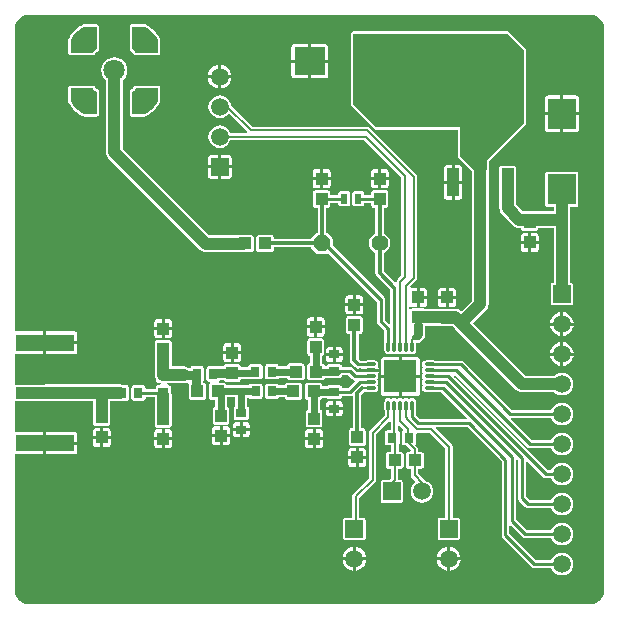
<source format=gtl>
G04 Layer_Physical_Order=1*
G04 Layer_Color=255*
%FSLAX44Y44*%
%MOMM*%
G71*
G01*
G75*
%ADD10R,1.1000X1.0000*%
%ADD11R,1.0000X1.1000*%
%ADD12C,1.8000*%
%ADD13R,2.6000X2.4000*%
%ADD14R,0.9000X0.8000*%
%ADD15R,0.8000X0.9000*%
%ADD16R,5.0000X1.4000*%
%ADD17R,5.0000X1.0000*%
%ADD18R,1.0000X2.4000*%
%ADD19R,3.3000X2.4000*%
%ADD20R,2.4000X2.6000*%
%ADD21O,0.9000X0.3000*%
%ADD22O,0.3000X0.9000*%
%ADD23R,2.8000X2.8000*%
%ADD24R,0.6000X0.9000*%
%ADD25C,0.2540*%
%ADD26C,1.0000*%
%ADD27C,0.2000*%
%ADD28C,0.6000*%
%ADD29C,0.3000*%
%ADD30C,0.8000*%
%ADD31R,1.1250X1.0250*%
%ADD32C,1.5000*%
%ADD33R,1.5000X1.5000*%
%ADD34P,1.5154X8X22.5*%
%ADD35C,1.4000*%
%ADD36R,1.5000X1.5000*%
%ADD37C,1.2700*%
%ADD38C,0.6000*%
%ADD39C,0.5000*%
G36*
X490114Y498622D02*
X492426Y497665D01*
X494506Y496275D01*
X496275Y494506D01*
X497665Y492426D01*
X498622Y490114D01*
X499110Y487661D01*
Y486410D01*
Y12700D01*
Y11449D01*
X498622Y8996D01*
X497665Y6684D01*
X496275Y4604D01*
X494506Y2835D01*
X492426Y1445D01*
X490114Y488D01*
X487661Y0D01*
X11449D01*
X8996Y488D01*
X6684Y1445D01*
X4604Y2835D01*
X2835Y4604D01*
X1445Y6684D01*
X488Y8996D01*
X0Y11449D01*
Y12700D01*
Y126500D01*
X500Y126910D01*
X24230D01*
Y136500D01*
Y146090D01*
X500D01*
X0Y146500D01*
Y171551D01*
X500Y171961D01*
X25339D01*
X25500Y171940D01*
X66600D01*
Y158360D01*
X66621Y158199D01*
Y152860D01*
X66776Y152080D01*
X67218Y151418D01*
X67880Y150976D01*
X68660Y150821D01*
X78660D01*
X79440Y150976D01*
X80102Y151418D01*
X80544Y152080D01*
X80699Y152860D01*
Y158199D01*
X80720Y158360D01*
Y171940D01*
X89450D01*
X91277Y172180D01*
X91955Y172461D01*
X94750D01*
X95530Y172616D01*
X96192Y173058D01*
X96634Y173720D01*
X96789Y174500D01*
Y183500D01*
X96634Y184280D01*
X96192Y184942D01*
X95530Y185384D01*
X94750Y185539D01*
X92194D01*
X91347Y185890D01*
X89520Y186130D01*
X88988Y186060D01*
X25500D01*
X25339Y186039D01*
X500D01*
X0Y186450D01*
Y211500D01*
X500Y211910D01*
X24230D01*
Y221500D01*
Y231090D01*
X500D01*
X0Y231500D01*
Y486410D01*
Y487661D01*
X488Y490114D01*
X1445Y492426D01*
X2835Y494506D01*
X4604Y496275D01*
X6684Y497665D01*
X8996Y498622D01*
X11449Y499110D01*
X487661D01*
X490114Y498622D01*
D02*
G37*
%LPC*%
G36*
X241490Y187379D02*
X230490D01*
X229710Y187224D01*
X229048Y186782D01*
X228606Y186120D01*
X228470Y185438D01*
X223770D01*
X223734Y185620D01*
X223292Y186282D01*
X222630Y186724D01*
X221850Y186879D01*
X213850D01*
X213070Y186724D01*
X212408Y186282D01*
X211966Y185620D01*
X211811Y184840D01*
Y175840D01*
X211966Y175060D01*
X212408Y174398D01*
X213070Y173956D01*
X213850Y173801D01*
X221850D01*
X222630Y173956D01*
X223292Y174398D01*
X223734Y175060D01*
X223770Y175242D01*
X228470D01*
X228606Y174560D01*
X229048Y173898D01*
X229710Y173456D01*
X230490Y173301D01*
X241490D01*
X242270Y173456D01*
X242932Y173898D01*
X243374Y174560D01*
X243529Y175340D01*
Y185340D01*
X243374Y186120D01*
X242932Y186782D01*
X242270Y187224D01*
X241490Y187379D01*
D02*
G37*
G36*
X259750Y225289D02*
X249750D01*
X248970Y225134D01*
X248308Y224692D01*
X247866Y224030D01*
X247711Y223250D01*
Y212250D01*
X247866Y211470D01*
X248308Y210808D01*
X248970Y210366D01*
X249652Y210230D01*
Y203889D01*
X249380D01*
X248600Y203734D01*
X247938Y203292D01*
X247496Y202630D01*
X247341Y201850D01*
Y191850D01*
X247496Y191070D01*
X247938Y190408D01*
X248600Y189966D01*
X249380Y189811D01*
X260380D01*
X261160Y189966D01*
X261822Y190408D01*
X262264Y191070D01*
X262400Y191752D01*
X264981D01*
X265230Y191586D01*
X266010Y191431D01*
X275010D01*
X275790Y191586D01*
X276452Y192028D01*
X276894Y192690D01*
X277049Y193470D01*
Y194136D01*
X282479D01*
X285933Y190683D01*
X287014Y189960D01*
X287360Y189891D01*
X287778Y188513D01*
X282319Y183054D01*
X277049D01*
Y183720D01*
X276894Y184500D01*
X276452Y185162D01*
X275790Y185604D01*
X275010Y185759D01*
X266010D01*
X265230Y185604D01*
X264568Y185162D01*
X264338Y184818D01*
X260529D01*
Y185340D01*
X260374Y186120D01*
X259932Y186782D01*
X259270Y187224D01*
X258490Y187379D01*
X247490D01*
X246710Y187224D01*
X246048Y186782D01*
X245606Y186120D01*
X245451Y185340D01*
Y175340D01*
X245606Y174560D01*
X246048Y173898D01*
X246710Y173456D01*
X247490Y173301D01*
X248402D01*
Y164770D01*
X247720Y164634D01*
X247058Y164192D01*
X246616Y163530D01*
X246461Y162750D01*
Y151750D01*
X246616Y150970D01*
X247058Y150308D01*
X247720Y149866D01*
X248500Y149711D01*
X258500D01*
X259280Y149866D01*
X259942Y150308D01*
X260384Y150970D01*
X260539Y151750D01*
Y162750D01*
X260384Y163530D01*
X259942Y164192D01*
X259280Y164634D01*
X258598Y164770D01*
Y173322D01*
X259270Y173456D01*
X259932Y173898D01*
X260374Y174560D01*
X260386Y174622D01*
X264338D01*
X264568Y174278D01*
X265230Y173836D01*
X266010Y173681D01*
X275010D01*
X275790Y173836D01*
X276452Y174278D01*
X276894Y174940D01*
X277049Y175720D01*
Y176386D01*
X283700D01*
X284976Y176640D01*
X285161Y176764D01*
X286431Y176085D01*
Y149039D01*
X285000D01*
X284220Y148884D01*
X283558Y148442D01*
X283116Y147780D01*
X282961Y147000D01*
Y136000D01*
X283116Y135220D01*
X283558Y134558D01*
X284220Y134116D01*
X285000Y133961D01*
X295000D01*
X295780Y134116D01*
X296442Y134558D01*
X296884Y135220D01*
X297039Y136000D01*
Y147000D01*
X296884Y147780D01*
X296442Y148442D01*
X295780Y148884D01*
X295000Y149039D01*
X293569D01*
Y177522D01*
X296028Y179981D01*
X296668D01*
X297024Y179743D01*
X298390Y179471D01*
X304390D01*
X305756Y179743D01*
X306913Y180517D01*
X307687Y181674D01*
X307959Y183040D01*
X307687Y184406D01*
X306929Y185540D01*
X307687Y186674D01*
X307959Y188040D01*
X307687Y189406D01*
X306929Y190540D01*
X307687Y191674D01*
X307959Y193040D01*
X307687Y194406D01*
X307235Y195082D01*
X307303Y195127D01*
X308196Y196464D01*
X308256Y196770D01*
X301390D01*
X293632D01*
X293307Y196374D01*
X289671D01*
X286217Y199827D01*
X285136Y200550D01*
X283860Y200804D01*
X277049D01*
Y201470D01*
X276894Y202250D01*
X276452Y202912D01*
X275790Y203354D01*
X275010Y203509D01*
X266010D01*
X265230Y203354D01*
X264568Y202912D01*
X264126Y202250D01*
X264066Y201948D01*
X262400D01*
X262264Y202630D01*
X261822Y203292D01*
X261160Y203734D01*
X260380Y203889D01*
X259848D01*
Y210230D01*
X260530Y210366D01*
X261192Y210808D01*
X261634Y211470D01*
X261789Y212250D01*
Y223250D01*
X261634Y224030D01*
X261192Y224692D01*
X260530Y225134D01*
X259750Y225289D01*
D02*
G37*
G36*
X342980Y191770D02*
X327660D01*
Y176450D01*
X340390D01*
X341381Y176647D01*
X342221Y177209D01*
X342783Y178049D01*
X342980Y179040D01*
Y191770D01*
D02*
G37*
G36*
X189150Y203509D02*
X179150D01*
X178370Y203354D01*
X177708Y202912D01*
X177266Y202250D01*
X177156Y201698D01*
X168290D01*
X167494Y201539D01*
X164250D01*
X163470Y201384D01*
X162808Y200942D01*
X162366Y200280D01*
X162211Y199500D01*
Y195773D01*
X162173Y195580D01*
X162211Y195387D01*
Y190500D01*
X162366Y189720D01*
X162808Y189058D01*
X163470Y188616D01*
X164250Y188461D01*
X165086D01*
X165399Y187286D01*
X165380Y187191D01*
X164768Y186782D01*
X164326Y186120D01*
X164171Y185340D01*
Y175340D01*
X164326Y174560D01*
X164768Y173898D01*
X165430Y173456D01*
X166210Y173301D01*
X169542D01*
Y167150D01*
X168860Y167014D01*
X168198Y166572D01*
X167756Y165910D01*
X167601Y165130D01*
Y154130D01*
X167756Y153350D01*
X168198Y152688D01*
X168860Y152246D01*
X169640Y152091D01*
X179640D01*
X180420Y152246D01*
X181082Y152688D01*
X181524Y153350D01*
X181679Y154130D01*
Y165130D01*
X181524Y165910D01*
X181082Y166572D01*
X180420Y167014D01*
X179738Y167150D01*
Y175242D01*
X186672D01*
Y167860D01*
X186490Y167824D01*
X185828Y167382D01*
X185386Y166720D01*
X185231Y165940D01*
Y157940D01*
X185386Y157160D01*
X185828Y156498D01*
X186490Y156056D01*
X187270Y155901D01*
X196270D01*
X197050Y156056D01*
X197712Y156498D01*
X198154Y157160D01*
X198309Y157940D01*
Y165940D01*
X198154Y166720D01*
X197712Y167382D01*
X197050Y167824D01*
X196868Y167860D01*
Y174566D01*
X198138Y174802D01*
X198408Y174398D01*
X199070Y173956D01*
X199850Y173801D01*
X207850D01*
X208630Y173956D01*
X209292Y174398D01*
X209734Y175060D01*
X209889Y175840D01*
Y184840D01*
X209734Y185620D01*
X209292Y186282D01*
X208630Y186724D01*
X207850Y186879D01*
X199850D01*
X199070Y186724D01*
X198408Y186282D01*
X197966Y185620D01*
X197930Y185438D01*
X179230D01*
X179094Y186120D01*
X178652Y186782D01*
X177990Y187224D01*
X177210Y187379D01*
X173374D01*
X173061Y188554D01*
X173080Y188649D01*
X173692Y189058D01*
X173962Y189463D01*
X177418D01*
X177708Y189028D01*
X178370Y188586D01*
X179150Y188431D01*
X189150D01*
X189930Y188586D01*
X190592Y189028D01*
X191034Y189690D01*
X191189Y190470D01*
Y190872D01*
X198432D01*
X199040Y190466D01*
X199820Y190311D01*
X207820D01*
X208600Y190466D01*
X209262Y190908D01*
X209704Y191570D01*
X209859Y192350D01*
Y201350D01*
X209704Y202130D01*
X209262Y202792D01*
X208600Y203234D01*
X207820Y203389D01*
X199820D01*
X199040Y203234D01*
X198378Y202792D01*
X197936Y202130D01*
X197781Y201350D01*
Y201068D01*
X191189D01*
Y201470D01*
X191034Y202250D01*
X190592Y202912D01*
X189930Y203354D01*
X189150Y203509D01*
D02*
G37*
G36*
X292500Y244039D02*
X282500D01*
X281720Y243884D01*
X281058Y243442D01*
X280616Y242780D01*
X280461Y242000D01*
Y231000D01*
X280616Y230220D01*
X281058Y229558D01*
X281720Y229116D01*
X282500Y228961D01*
X283931D01*
Y206500D01*
X284203Y205134D01*
X284977Y203977D01*
X288437Y200517D01*
X289594Y199743D01*
X290960Y199471D01*
X292139Y199706D01*
X293307D01*
X293632Y199310D01*
X301390D01*
X308256D01*
X308196Y199616D01*
X307303Y200953D01*
X307235Y200998D01*
X307687Y201674D01*
X307959Y203040D01*
X307687Y204406D01*
X306913Y205563D01*
X305756Y206337D01*
X304390Y206609D01*
X298390D01*
X297211Y206374D01*
X292673D01*
X291069Y207978D01*
Y228961D01*
X292500D01*
X293280Y229116D01*
X293942Y229558D01*
X294384Y230220D01*
X294539Y231000D01*
Y242000D01*
X294384Y242780D01*
X293942Y243442D01*
X293280Y243884D01*
X292500Y244039D01*
D02*
G37*
G36*
X340390Y209630D02*
X327660D01*
Y194310D01*
X342980D01*
Y207040D01*
X342783Y208031D01*
X342221Y208871D01*
X341381Y209433D01*
X340390Y209630D01*
D02*
G37*
G36*
X325120D02*
X312390D01*
X311399Y209433D01*
X310559Y208871D01*
X309997Y208031D01*
X309800Y207040D01*
Y194310D01*
X325120D01*
Y209630D01*
D02*
G37*
G36*
Y191770D02*
X309800D01*
Y179040D01*
X309997Y178049D01*
X310559Y177209D01*
X311399Y176647D01*
X312390Y176450D01*
X325120D01*
Y191770D01*
D02*
G37*
G36*
X269240Y164450D02*
X263420D01*
Y161720D01*
X263617Y160729D01*
X264179Y159889D01*
X265019Y159327D01*
X266010Y159130D01*
X269240D01*
Y164450D01*
D02*
G37*
G36*
X354390Y206609D02*
X348390D01*
X347024Y206337D01*
X345867Y205563D01*
X345093Y204406D01*
X344821Y203040D01*
X345093Y201674D01*
X345851Y200540D01*
X345093Y199406D01*
X344821Y198040D01*
X345093Y196674D01*
X345851Y195540D01*
X345093Y194406D01*
X344821Y193040D01*
X345093Y191674D01*
X345851Y190540D01*
X345093Y189406D01*
X344821Y188040D01*
X345093Y186674D01*
X345851Y185540D01*
X345093Y184406D01*
X344821Y183040D01*
X345093Y181674D01*
X345867Y180517D01*
X347024Y179743D01*
X348390Y179471D01*
X354390D01*
X355569Y179706D01*
X361079D01*
X382778Y158007D01*
X382291Y156834D01*
X342881D01*
X339724Y159991D01*
Y163861D01*
X339959Y165040D01*
Y171040D01*
X339687Y172406D01*
X338913Y173563D01*
X337756Y174337D01*
X336390Y174609D01*
X335024Y174337D01*
X333890Y173579D01*
X332756Y174337D01*
X331390Y174609D01*
X330024Y174337D01*
X328890Y173579D01*
X327756Y174337D01*
X326390Y174609D01*
X325024Y174337D01*
X323890Y173579D01*
X322756Y174337D01*
X321390Y174609D01*
X320024Y174337D01*
X318890Y173579D01*
X317756Y174337D01*
X316390Y174609D01*
X315024Y174337D01*
X313867Y173563D01*
X313093Y172406D01*
X312821Y171040D01*
Y165040D01*
X313093Y163674D01*
X313331Y163318D01*
Y159907D01*
X300837Y147413D01*
X300174Y146420D01*
X299941Y145250D01*
X299941Y145250D01*
Y106767D01*
X286587Y93413D01*
X285924Y92421D01*
X285691Y91250D01*
X285691Y91250D01*
Y73439D01*
X280000D01*
X279220Y73284D01*
X278558Y72842D01*
X278116Y72180D01*
X277961Y71400D01*
Y56400D01*
X278116Y55620D01*
X278558Y54958D01*
X279220Y54516D01*
X280000Y54361D01*
X295000D01*
X295780Y54516D01*
X296442Y54958D01*
X296884Y55620D01*
X297039Y56400D01*
Y71400D01*
X296884Y72180D01*
X296442Y72842D01*
X295780Y73284D01*
X295000Y73439D01*
X291809D01*
Y89983D01*
X305163Y103337D01*
X305163Y103337D01*
X305826Y104330D01*
X306059Y105500D01*
X306059Y105500D01*
Y143983D01*
X317158Y155082D01*
X318331Y154596D01*
Y147539D01*
X315750D01*
X314970Y147384D01*
X314308Y146942D01*
X313866Y146280D01*
X313711Y145500D01*
Y136500D01*
X313866Y135720D01*
X314308Y135058D01*
X314970Y134616D01*
X315750Y134461D01*
X318871D01*
Y128959D01*
X316200D01*
X315420Y128804D01*
X314758Y128362D01*
X314316Y127700D01*
X314161Y126920D01*
Y116920D01*
X314316Y116140D01*
X314758Y115478D01*
X315420Y115036D01*
X316200Y114881D01*
X318641D01*
Y106667D01*
X317837Y105863D01*
X317287Y105039D01*
X311850D01*
X311070Y104884D01*
X310408Y104442D01*
X309966Y103780D01*
X309811Y103000D01*
Y88000D01*
X309966Y87220D01*
X310408Y86558D01*
X311070Y86116D01*
X311850Y85961D01*
X326850D01*
X327630Y86116D01*
X328292Y86558D01*
X328734Y87220D01*
X328889Y88000D01*
Y103000D01*
X328734Y103780D01*
X328292Y104442D01*
X327630Y104884D01*
X326850Y105039D01*
X325055D01*
X324759Y105400D01*
Y114881D01*
X327200D01*
X327980Y115036D01*
X328642Y115478D01*
X329084Y116140D01*
X329239Y116920D01*
Y126920D01*
X329084Y127700D01*
X328642Y128362D01*
X327980Y128804D01*
X327200Y128959D01*
X324989D01*
Y134922D01*
X325192Y135058D01*
X325634Y135720D01*
X325789Y136500D01*
Y145500D01*
X325634Y146280D01*
X325192Y146942D01*
X324530Y147384D01*
X324449Y147400D01*
Y150816D01*
X325622Y151302D01*
X328448Y148476D01*
X328308Y146942D01*
X327866Y146280D01*
X327711Y145500D01*
Y136500D01*
X327866Y135720D01*
X328308Y135058D01*
X328970Y134616D01*
X329750Y134461D01*
X331113D01*
X335345Y130229D01*
X334926Y128959D01*
X333200D01*
X332420Y128804D01*
X331758Y128362D01*
X331316Y127700D01*
X331161Y126920D01*
Y116920D01*
X331316Y116140D01*
X331758Y115478D01*
X332420Y115036D01*
X333200Y114881D01*
X335641D01*
Y109050D01*
X335641Y109050D01*
X335874Y107879D01*
X336537Y106887D01*
X339090Y104335D01*
X339007Y103067D01*
X337975Y102275D01*
X336452Y100291D01*
X335495Y97980D01*
X335168Y95500D01*
X335495Y93020D01*
X336452Y90709D01*
X337975Y88725D01*
X339959Y87202D01*
X342270Y86245D01*
X344750Y85918D01*
X347230Y86245D01*
X349541Y87202D01*
X351525Y88725D01*
X353048Y90709D01*
X354006Y93020D01*
X354332Y95500D01*
X354006Y97980D01*
X353048Y100291D01*
X351525Y102275D01*
X349541Y103798D01*
X347283Y104734D01*
X347163Y104913D01*
X347163Y104913D01*
X341759Y110317D01*
Y114881D01*
X344200D01*
X344980Y115036D01*
X345642Y115478D01*
X346084Y116140D01*
X346239Y116920D01*
Y126920D01*
X346084Y127700D01*
X345642Y128362D01*
X344980Y128804D01*
X344200Y128959D01*
X341759D01*
Y131200D01*
X341526Y132371D01*
X340863Y133363D01*
X340863Y133363D01*
X339190Y135036D01*
X339192Y135058D01*
X339634Y135720D01*
X339789Y136500D01*
Y144434D01*
X340711Y145191D01*
X340712Y145191D01*
X351483D01*
X364691Y131983D01*
Y73439D01*
X360000D01*
X359220Y73284D01*
X358558Y72842D01*
X358116Y72180D01*
X357961Y71400D01*
Y56400D01*
X358116Y55620D01*
X358558Y54958D01*
X359220Y54516D01*
X360000Y54361D01*
X375000D01*
X375780Y54516D01*
X376442Y54958D01*
X376884Y55620D01*
X377039Y56400D01*
Y71400D01*
X376884Y72180D01*
X376442Y72842D01*
X375780Y73284D01*
X375000Y73439D01*
X370809D01*
Y133250D01*
X370576Y134420D01*
X369913Y135413D01*
X369913Y135413D01*
X356333Y148993D01*
X356819Y150166D01*
X382869D01*
X412166Y120869D01*
Y58500D01*
X412420Y57224D01*
X413143Y56143D01*
X437593Y31693D01*
X438674Y30970D01*
X439950Y30716D01*
X454348D01*
X454952Y29259D01*
X456475Y27274D01*
X458459Y25752D01*
X460770Y24794D01*
X463250Y24468D01*
X465730Y24794D01*
X468041Y25752D01*
X470025Y27274D01*
X471548Y29259D01*
X472505Y31570D01*
X472832Y34050D01*
X472505Y36530D01*
X471548Y38841D01*
X470025Y40825D01*
X468041Y42348D01*
X465730Y43306D01*
X463250Y43632D01*
X460770Y43306D01*
X458459Y42348D01*
X456475Y40825D01*
X454952Y38841D01*
X454348Y37384D01*
X441331D01*
X418834Y59881D01*
Y66491D01*
X420007Y66978D01*
X429893Y57092D01*
X430974Y56370D01*
X432250Y56116D01*
X454348D01*
X454952Y54659D01*
X456475Y52674D01*
X458459Y51152D01*
X460770Y50195D01*
X463250Y49868D01*
X465730Y50195D01*
X468041Y51152D01*
X470025Y52674D01*
X471548Y54659D01*
X472505Y56970D01*
X472832Y59450D01*
X472505Y61930D01*
X471548Y64241D01*
X470025Y66225D01*
X468041Y67748D01*
X465730Y68706D01*
X463250Y69032D01*
X460770Y68706D01*
X458459Y67748D01*
X456475Y66225D01*
X454952Y64241D01*
X454348Y62784D01*
X433631D01*
X424334Y72081D01*
Y121844D01*
X425604Y122465D01*
X426166Y122027D01*
Y90000D01*
X426420Y88724D01*
X427142Y87642D01*
X432293Y82493D01*
X433374Y81770D01*
X434650Y81516D01*
X454348D01*
X454952Y80059D01*
X456475Y78074D01*
X458459Y76552D01*
X460770Y75595D01*
X463250Y75268D01*
X465730Y75595D01*
X468041Y76552D01*
X470025Y78074D01*
X471548Y80059D01*
X472505Y82370D01*
X472832Y84850D01*
X472505Y87330D01*
X471548Y89641D01*
X470025Y91625D01*
X468041Y93148D01*
X465730Y94106D01*
X463250Y94432D01*
X460770Y94106D01*
X458459Y93148D01*
X456475Y91625D01*
X454952Y89641D01*
X454348Y88184D01*
X436031D01*
X432834Y91381D01*
Y120792D01*
X434007Y121278D01*
X447393Y107893D01*
X448474Y107170D01*
X449750Y106916D01*
X454348D01*
X454952Y105459D01*
X456475Y103475D01*
X458459Y101952D01*
X460770Y100995D01*
X463250Y100668D01*
X465730Y100995D01*
X468041Y101952D01*
X470025Y103475D01*
X471548Y105459D01*
X472505Y107770D01*
X472832Y110250D01*
X472505Y112730D01*
X471548Y115041D01*
X470025Y117025D01*
X468041Y118548D01*
X465730Y119506D01*
X463250Y119832D01*
X460770Y119506D01*
X458459Y118548D01*
X456475Y117025D01*
X454952Y115041D01*
X454348Y113584D01*
X451131D01*
X372114Y192601D01*
X372532Y193979D01*
X372761Y194024D01*
X433493Y133293D01*
X434574Y132570D01*
X435850Y132316D01*
X454348D01*
X454952Y130859D01*
X456475Y128875D01*
X458459Y127352D01*
X460770Y126395D01*
X463250Y126068D01*
X465730Y126395D01*
X468041Y127352D01*
X470025Y128875D01*
X471548Y130859D01*
X472505Y133170D01*
X472832Y135650D01*
X472505Y138130D01*
X471548Y140441D01*
X470025Y142425D01*
X468041Y143948D01*
X465730Y144906D01*
X463250Y145232D01*
X460770Y144906D01*
X458459Y143948D01*
X456475Y142425D01*
X454952Y140441D01*
X454348Y138984D01*
X437231D01*
X419769Y156446D01*
X420295Y157716D01*
X454348D01*
X454952Y156259D01*
X456475Y154275D01*
X458459Y152752D01*
X460770Y151795D01*
X463250Y151468D01*
X465730Y151795D01*
X468041Y152752D01*
X470025Y154275D01*
X471548Y156259D01*
X472505Y158570D01*
X472832Y161050D01*
X472505Y163530D01*
X471548Y165841D01*
X470025Y167825D01*
X468041Y169348D01*
X465730Y170306D01*
X463250Y170632D01*
X460770Y170306D01*
X458459Y169348D01*
X456475Y167825D01*
X454952Y165841D01*
X454348Y164384D01*
X421081D01*
X380067Y205397D01*
X378986Y206120D01*
X377710Y206374D01*
X355569D01*
X354390Y206609D01*
D02*
G37*
G36*
X196270Y154530D02*
X193040D01*
Y149210D01*
X198860D01*
Y151940D01*
X198663Y152931D01*
X198101Y153771D01*
X197261Y154333D01*
X196270Y154530D01*
D02*
G37*
G36*
X277600Y164450D02*
X271780D01*
Y159130D01*
X275010D01*
X276001Y159327D01*
X276841Y159889D01*
X277403Y160729D01*
X277600Y161720D01*
Y164450D01*
D02*
G37*
G36*
X130730Y223829D02*
X120730D01*
X119950Y223674D01*
X119288Y223232D01*
X118846Y222570D01*
X118691Y221790D01*
Y216451D01*
X118670Y216290D01*
Y193690D01*
X118910Y191863D01*
X119191Y191185D01*
Y189690D01*
X119346Y188910D01*
X119788Y188248D01*
X120450Y187806D01*
X121230Y187651D01*
X122102D01*
X122200Y187575D01*
X123591Y186999D01*
X123339Y185729D01*
X121230D01*
X120450Y185574D01*
X119788Y185132D01*
X119346Y184470D01*
X119191Y183690D01*
Y182404D01*
X110789D01*
Y183500D01*
X110634Y184280D01*
X110192Y184942D01*
X109530Y185384D01*
X108750Y185539D01*
X100750D01*
X99970Y185384D01*
X99308Y184942D01*
X98866Y184280D01*
X98711Y183500D01*
Y174500D01*
X98866Y173720D01*
X99308Y173058D01*
X99970Y172616D01*
X100750Y172461D01*
X108750D01*
X109530Y172616D01*
X110192Y173058D01*
X110634Y173720D01*
X110789Y174500D01*
Y175736D01*
X118670D01*
Y157090D01*
X118691Y156929D01*
Y151590D01*
X118846Y150810D01*
X119288Y150148D01*
X119950Y149706D01*
X120730Y149551D01*
X130730D01*
X131510Y149706D01*
X132172Y150148D01*
X132614Y150810D01*
X132769Y151590D01*
Y156929D01*
X132790Y157090D01*
Y177165D01*
X132550Y178992D01*
X132269Y179670D01*
Y183690D01*
X132114Y184470D01*
X131672Y185132D01*
X131010Y185574D01*
X130230Y185729D01*
X129395D01*
X128865Y186999D01*
X129113Y187250D01*
X143510D01*
X145337Y187490D01*
X145765Y187668D01*
X147050Y187008D01*
X147326Y186120D01*
X147171Y185340D01*
Y175340D01*
X147326Y174560D01*
X147768Y173898D01*
X148430Y173456D01*
X149210Y173301D01*
X160210D01*
X160990Y173456D01*
X161652Y173898D01*
X162094Y174560D01*
X162249Y175340D01*
Y185340D01*
X162094Y186120D01*
X161652Y186782D01*
X160990Y187224D01*
X160210Y187379D01*
X159757D01*
Y189156D01*
X160134Y189720D01*
X160289Y190500D01*
Y199500D01*
X160134Y200280D01*
X159692Y200942D01*
X159030Y201384D01*
X158250Y201539D01*
X150250D01*
X149470Y201384D01*
X148808Y200942D01*
X148464Y200427D01*
X147033D01*
X145337Y201130D01*
X143510Y201370D01*
X132790D01*
Y216290D01*
X132769Y216451D01*
Y221790D01*
X132614Y222570D01*
X132172Y223232D01*
X131510Y223674D01*
X130730Y223829D01*
D02*
G37*
G36*
X275010Y172310D02*
X271780D01*
Y166990D01*
X277600D01*
Y169720D01*
X277403Y170711D01*
X276841Y171551D01*
X276001Y172113D01*
X275010Y172310D01*
D02*
G37*
G36*
X269240D02*
X266010D01*
X265019Y172113D01*
X264179Y171551D01*
X263617Y170711D01*
X263420Y169720D01*
Y166990D01*
X269240D01*
Y172310D01*
D02*
G37*
G36*
X461980Y221809D02*
X460629Y221632D01*
X458187Y220620D01*
X456089Y219011D01*
X454480Y216913D01*
X453468Y214471D01*
X453291Y213120D01*
X461980D01*
Y221809D01*
D02*
G37*
G36*
X464520Y221809D02*
Y213120D01*
X473209D01*
X473032Y214471D01*
X472020Y216913D01*
X470411Y219011D01*
X468313Y220620D01*
X465871Y221632D01*
X464520Y221809D01*
D02*
G37*
G36*
X269240Y218060D02*
X266010D01*
X265019Y217863D01*
X264179Y217301D01*
X263617Y216461D01*
X263420Y215470D01*
Y212740D01*
X269240D01*
Y218060D01*
D02*
G37*
G36*
X275010D02*
X271780D01*
Y212740D01*
X277600D01*
Y215470D01*
X277403Y216461D01*
X276841Y217301D01*
X276001Y217863D01*
X275010Y218060D01*
D02*
G37*
G36*
X50500Y231090D02*
X26770D01*
Y222770D01*
X53090D01*
Y228500D01*
X52893Y229491D01*
X52331Y230331D01*
X51491Y230893D01*
X50500Y231090D01*
D02*
G37*
G36*
X124460Y232020D02*
X118140D01*
Y227790D01*
X118337Y226799D01*
X118899Y225959D01*
X119739Y225397D01*
X120730Y225200D01*
X124460D01*
Y232020D01*
D02*
G37*
G36*
X182880Y221060D02*
X179150D01*
X178159Y220863D01*
X177319Y220301D01*
X176757Y219461D01*
X176560Y218470D01*
Y214240D01*
X182880D01*
Y221060D01*
D02*
G37*
G36*
X189150D02*
X185420D01*
Y214240D01*
X191740D01*
Y218470D01*
X191543Y219461D01*
X190981Y220301D01*
X190141Y220863D01*
X189150Y221060D01*
D02*
G37*
G36*
X243380Y203889D02*
X232380D01*
X231600Y203734D01*
X230938Y203292D01*
X230496Y202630D01*
X230360Y201948D01*
X223740D01*
X223704Y202130D01*
X223262Y202792D01*
X222600Y203234D01*
X221820Y203389D01*
X213820D01*
X213040Y203234D01*
X212378Y202792D01*
X211936Y202130D01*
X211781Y201350D01*
Y192350D01*
X211936Y191570D01*
X212378Y190908D01*
X213040Y190466D01*
X213820Y190311D01*
X221820D01*
X222600Y190466D01*
X223262Y190908D01*
X223704Y191570D01*
X223740Y191752D01*
X230360D01*
X230496Y191070D01*
X230938Y190408D01*
X231600Y189966D01*
X232380Y189811D01*
X243380D01*
X244160Y189966D01*
X244822Y190408D01*
X245264Y191070D01*
X245419Y191850D01*
Y201850D01*
X245264Y202630D01*
X244822Y203292D01*
X244160Y203734D01*
X243380Y203889D01*
D02*
G37*
G36*
X182880Y211700D02*
X176560D01*
Y207470D01*
X176757Y206479D01*
X177319Y205639D01*
X178159Y205077D01*
X179150Y204880D01*
X182880D01*
Y211700D01*
D02*
G37*
G36*
X473209Y210580D02*
X464520D01*
Y201891D01*
X465871Y202068D01*
X468313Y203080D01*
X470411Y204689D01*
X472020Y206787D01*
X473032Y209229D01*
X473209Y210580D01*
D02*
G37*
G36*
X461980D02*
X453291D01*
X453468Y209229D01*
X454480Y206787D01*
X456089Y204689D01*
X458187Y203080D01*
X460629Y202068D01*
X461980Y201891D01*
Y210580D01*
D02*
G37*
G36*
X277600Y210200D02*
X271780D01*
Y204880D01*
X275010D01*
X276001Y205077D01*
X276841Y205639D01*
X277403Y206479D01*
X277600Y207470D01*
Y210200D01*
D02*
G37*
G36*
X53090Y220230D02*
X26770D01*
Y211910D01*
X50500D01*
X51491Y212107D01*
X52331Y212669D01*
X52893Y213509D01*
X53090Y214500D01*
Y220230D01*
D02*
G37*
G36*
X191740Y211700D02*
X185420D01*
Y204880D01*
X189150D01*
X190141Y205077D01*
X190981Y205639D01*
X191543Y206479D01*
X191740Y207470D01*
Y211700D01*
D02*
G37*
G36*
X269240Y210200D02*
X263420D01*
Y207470D01*
X263617Y206479D01*
X264179Y205639D01*
X265019Y205077D01*
X266010Y204880D01*
X269240D01*
Y210200D01*
D02*
G37*
G36*
X190500Y154530D02*
X187270D01*
X186279Y154333D01*
X185439Y153771D01*
X184877Y152931D01*
X184680Y151940D01*
Y149210D01*
X190500D01*
Y154530D01*
D02*
G37*
G36*
X288730Y132590D02*
X285000D01*
X284009Y132393D01*
X283169Y131831D01*
X282607Y130991D01*
X282410Y130000D01*
Y125770D01*
X288730D01*
Y132590D01*
D02*
G37*
G36*
X295000D02*
X291270D01*
Y125770D01*
X297590D01*
Y130000D01*
X297393Y130991D01*
X296831Y131831D01*
X295991Y132393D01*
X295000Y132590D01*
D02*
G37*
G36*
X288730Y123230D02*
X282410D01*
Y119000D01*
X282607Y118009D01*
X283169Y117169D01*
X284009Y116607D01*
X285000Y116410D01*
X288730D01*
Y123230D01*
D02*
G37*
G36*
X297590D02*
X291270D01*
Y116410D01*
X295000D01*
X295991Y116607D01*
X296831Y117169D01*
X297393Y118009D01*
X297590Y119000D01*
Y123230D01*
D02*
G37*
G36*
X133320Y138820D02*
X127000D01*
Y132000D01*
X130730D01*
X131721Y132197D01*
X132561Y132759D01*
X133123Y133599D01*
X133320Y134590D01*
Y138820D01*
D02*
G37*
G36*
X252230Y138980D02*
X245910D01*
Y134750D01*
X246107Y133759D01*
X246669Y132919D01*
X247509Y132357D01*
X248500Y132160D01*
X252230D01*
Y138980D01*
D02*
G37*
G36*
X53090Y135230D02*
X26770D01*
Y126910D01*
X50500D01*
X51491Y127107D01*
X52331Y127669D01*
X52893Y128509D01*
X53090Y129500D01*
Y135230D01*
D02*
G37*
G36*
X124460Y138820D02*
X118140D01*
Y134590D01*
X118337Y133599D01*
X118899Y132759D01*
X119739Y132197D01*
X120730Y132000D01*
X124460D01*
Y138820D01*
D02*
G37*
G36*
X297459Y37230D02*
X288770D01*
Y28541D01*
X290121Y28718D01*
X292563Y29730D01*
X294661Y31339D01*
X296270Y33437D01*
X297282Y35879D01*
X297459Y37230D01*
D02*
G37*
G36*
X377459D02*
X368770D01*
Y28541D01*
X370121Y28718D01*
X372563Y29730D01*
X374661Y31339D01*
X376270Y33437D01*
X377282Y35879D01*
X377459Y37230D01*
D02*
G37*
G36*
X286230D02*
X277541D01*
X277718Y35879D01*
X278730Y33437D01*
X280339Y31339D01*
X282437Y29730D01*
X284879Y28718D01*
X286230Y28541D01*
Y37230D01*
D02*
G37*
G36*
X366230D02*
X357541D01*
X357718Y35879D01*
X358730Y33437D01*
X360339Y31339D01*
X362437Y29730D01*
X364879Y28718D01*
X366230Y28541D01*
Y37230D01*
D02*
G37*
G36*
X288770Y48459D02*
Y39770D01*
X297459D01*
X297282Y41121D01*
X296270Y43563D01*
X294661Y45661D01*
X292563Y47270D01*
X290121Y48282D01*
X288770Y48459D01*
D02*
G37*
G36*
X368770D02*
Y39770D01*
X377459D01*
X377282Y41121D01*
X376270Y43563D01*
X374661Y45661D01*
X372563Y47270D01*
X370121Y48282D01*
X368770Y48459D01*
D02*
G37*
G36*
X286230D02*
X284879Y48282D01*
X282437Y47270D01*
X280339Y45661D01*
X278730Y43563D01*
X277718Y41121D01*
X277541Y39770D01*
X286230D01*
Y48459D01*
D02*
G37*
G36*
X366230D02*
X364879Y48282D01*
X362437Y47270D01*
X360339Y45661D01*
X358730Y43563D01*
X357718Y41121D01*
X357541Y39770D01*
X366230D01*
Y48459D01*
D02*
G37*
G36*
X252230Y148340D02*
X248500D01*
X247509Y148143D01*
X246669Y147581D01*
X246107Y146741D01*
X245910Y145750D01*
Y141520D01*
X252230D01*
Y148340D01*
D02*
G37*
G36*
X258500D02*
X254770D01*
Y141520D01*
X261090D01*
Y145750D01*
X260893Y146741D01*
X260331Y147581D01*
X259491Y148143D01*
X258500Y148340D01*
D02*
G37*
G36*
X124460Y148180D02*
X120730D01*
X119739Y147983D01*
X118899Y147421D01*
X118337Y146581D01*
X118140Y145590D01*
Y141360D01*
X124460D01*
Y148180D01*
D02*
G37*
G36*
X130730D02*
X127000D01*
Y141360D01*
X133320D01*
Y145590D01*
X133123Y146581D01*
X132561Y147421D01*
X131721Y147983D01*
X130730Y148180D01*
D02*
G37*
G36*
X173370Y150720D02*
X169640D01*
X168649Y150523D01*
X167809Y149961D01*
X167247Y149121D01*
X167050Y148130D01*
Y143900D01*
X173370D01*
Y150720D01*
D02*
G37*
G36*
X179640D02*
X175910D01*
Y143900D01*
X182230D01*
Y148130D01*
X182033Y149121D01*
X181471Y149961D01*
X180631Y150523D01*
X179640Y150720D01*
D02*
G37*
G36*
X72390Y149450D02*
X68660D01*
X67669Y149253D01*
X66829Y148691D01*
X66267Y147851D01*
X66070Y146860D01*
Y142630D01*
X72390D01*
Y149450D01*
D02*
G37*
G36*
X78660D02*
X74930D01*
Y142630D01*
X81250D01*
Y146860D01*
X81053Y147851D01*
X80491Y148691D01*
X79651Y149253D01*
X78660Y149450D01*
D02*
G37*
G36*
X81250Y140090D02*
X74930D01*
Y133270D01*
X78660D01*
X79651Y133467D01*
X80491Y134029D01*
X81053Y134869D01*
X81250Y135860D01*
Y140090D01*
D02*
G37*
G36*
X173370Y141360D02*
X167050D01*
Y137130D01*
X167247Y136139D01*
X167809Y135299D01*
X168649Y134737D01*
X169640Y134540D01*
X173370D01*
Y141360D01*
D02*
G37*
G36*
X261090Y138980D02*
X254770D01*
Y132160D01*
X258500D01*
X259491Y132357D01*
X260331Y132919D01*
X260893Y133759D01*
X261090Y134750D01*
Y138980D01*
D02*
G37*
G36*
X72390Y140090D02*
X66070D01*
Y135860D01*
X66267Y134869D01*
X66829Y134029D01*
X67669Y133467D01*
X68660Y133270D01*
X72390D01*
Y140090D01*
D02*
G37*
G36*
X190500Y146670D02*
X184680D01*
Y143940D01*
X184877Y142949D01*
X185439Y142109D01*
X186279Y141547D01*
X187270Y141350D01*
X190500D01*
Y146670D01*
D02*
G37*
G36*
X198860D02*
X193040D01*
Y141350D01*
X196270D01*
X197261Y141547D01*
X198101Y142109D01*
X198663Y142949D01*
X198860Y143940D01*
Y146670D01*
D02*
G37*
G36*
X182230Y141360D02*
X175910D01*
Y134540D01*
X179640D01*
X180631Y134737D01*
X181471Y135299D01*
X182033Y136139D01*
X182230Y137130D01*
Y141360D01*
D02*
G37*
G36*
X50500Y146090D02*
X26770D01*
Y137770D01*
X53090D01*
Y143500D01*
X52893Y144491D01*
X52331Y145331D01*
X51491Y145893D01*
X50500Y146090D01*
D02*
G37*
G36*
X314000Y368340D02*
X310270D01*
Y361520D01*
X316590D01*
Y365750D01*
X316393Y366741D01*
X315831Y367581D01*
X314991Y368143D01*
X314000Y368340D01*
D02*
G37*
G36*
X258480D02*
X254750D01*
X253759Y368143D01*
X252919Y367581D01*
X252357Y366741D01*
X252160Y365750D01*
Y361520D01*
X258480D01*
Y368340D01*
D02*
G37*
G36*
X307730D02*
X304000D01*
X303009Y368143D01*
X302169Y367581D01*
X301607Y366741D01*
X301410Y365750D01*
Y361520D01*
X307730D01*
Y368340D01*
D02*
G37*
G36*
X264750D02*
X261020D01*
Y361520D01*
X267340D01*
Y365750D01*
X267143Y366741D01*
X266581Y367581D01*
X265741Y368143D01*
X264750Y368340D01*
D02*
G37*
G36*
X461980Y413980D02*
X448660D01*
Y402250D01*
X448857Y401259D01*
X449419Y400419D01*
X450259Y399857D01*
X451250Y399660D01*
X461980D01*
Y413980D01*
D02*
G37*
G36*
X181000Y380590D02*
X174770D01*
Y371770D01*
X183590D01*
Y378000D01*
X183393Y378991D01*
X182831Y379831D01*
X181991Y380393D01*
X181000Y380590D01*
D02*
G37*
G36*
X172230D02*
X166000D01*
X165009Y380393D01*
X164169Y379831D01*
X163607Y378991D01*
X163410Y378000D01*
Y371770D01*
X172230D01*
Y380590D01*
D02*
G37*
G36*
X183590Y369230D02*
X174770D01*
Y360410D01*
X181000D01*
X181991Y360607D01*
X182831Y361169D01*
X183393Y362009D01*
X183590Y363000D01*
Y369230D01*
D02*
G37*
G36*
X307730Y358980D02*
X301410D01*
Y354750D01*
X301607Y353759D01*
X302169Y352919D01*
X303009Y352357D01*
X304000Y352160D01*
X307730D01*
Y358980D01*
D02*
G37*
G36*
X267340D02*
X261020D01*
Y352160D01*
X264750D01*
X265741Y352357D01*
X266581Y352919D01*
X267143Y353759D01*
X267340Y354750D01*
Y358980D01*
D02*
G37*
G36*
X258480D02*
X252160D01*
Y354750D01*
X252357Y353759D01*
X252919Y352919D01*
X253759Y352357D01*
X254750Y352160D01*
X258480D01*
Y358980D01*
D02*
G37*
G36*
X316590D02*
X310270D01*
Y352160D01*
X314000D01*
X314991Y352357D01*
X315831Y352919D01*
X316393Y353759D01*
X316590Y354750D01*
Y358980D01*
D02*
G37*
G36*
X172230Y369230D02*
X163410D01*
Y363000D01*
X163607Y362009D01*
X164169Y361169D01*
X165009Y360607D01*
X166000Y360410D01*
X172230D01*
Y369230D01*
D02*
G37*
G36*
X376250Y371840D02*
X372520D01*
Y358520D01*
X378840D01*
Y369250D01*
X378643Y370241D01*
X378081Y371081D01*
X377241Y371643D01*
X376250Y371840D01*
D02*
G37*
G36*
X369980D02*
X366250D01*
X365259Y371643D01*
X364419Y371081D01*
X363857Y370241D01*
X363660Y369250D01*
Y358520D01*
X369980D01*
Y371840D01*
D02*
G37*
G36*
X174770Y456659D02*
Y447970D01*
X183459D01*
X183282Y449321D01*
X182270Y451763D01*
X180661Y453861D01*
X178563Y455470D01*
X176121Y456482D01*
X174770Y456659D01*
D02*
G37*
G36*
X172230D02*
X170879Y456482D01*
X168437Y455470D01*
X166339Y453861D01*
X164730Y451763D01*
X163718Y449321D01*
X163541Y447970D01*
X172230D01*
Y456659D01*
D02*
G37*
G36*
X265340Y458480D02*
X251020D01*
Y445160D01*
X262750D01*
X263741Y445357D01*
X264581Y445919D01*
X265143Y446759D01*
X265340Y447750D01*
Y458480D01*
D02*
G37*
G36*
X248480Y474340D02*
X236750D01*
X235759Y474143D01*
X234919Y473581D01*
X234357Y472741D01*
X234160Y471750D01*
Y461020D01*
X248480D01*
Y474340D01*
D02*
G37*
G36*
X69251Y491039D02*
X58380D01*
X58292Y491022D01*
X58202Y491031D01*
X57904Y490945D01*
X57600Y490884D01*
X57525Y490834D01*
X57438Y490809D01*
X55662Y489884D01*
X55540Y489786D01*
X55398Y489720D01*
X52168Y487352D01*
X52063Y487236D01*
X51932Y487149D01*
X49101Y484318D01*
X49014Y484187D01*
X48898Y484081D01*
X46530Y480852D01*
X46464Y480710D01*
X46366Y480588D01*
X45441Y478812D01*
X45416Y478725D01*
X45366Y478650D01*
X45305Y478346D01*
X45219Y478048D01*
X45228Y477958D01*
X45211Y477870D01*
X45211Y477870D01*
Y467000D01*
X45366Y466220D01*
X45808Y465558D01*
X45808Y465558D01*
X46470Y465116D01*
X47250Y464961D01*
X66251Y464962D01*
X66593Y465030D01*
X66938Y465081D01*
X66981Y465107D01*
X67031Y465117D01*
X67322Y465311D01*
X67620Y465490D01*
X67650Y465531D01*
X67693Y465559D01*
X67887Y465849D01*
X68094Y466129D01*
X68263Y466485D01*
X68671Y467096D01*
X69156Y467581D01*
X69767Y467989D01*
X70123Y468157D01*
X70403Y468365D01*
X70693Y468559D01*
X70721Y468601D01*
X70762Y468631D01*
X70941Y468931D01*
X71135Y469220D01*
X71145Y469270D01*
X71171Y469314D01*
X71222Y469659D01*
X71290Y470001D01*
Y489000D01*
X71135Y489780D01*
X70693Y490442D01*
X70031Y490884D01*
X69251Y491039D01*
D02*
G37*
G36*
X110120D02*
X99250D01*
X98470Y490884D01*
X97808Y490442D01*
X97808Y490442D01*
X97366Y489780D01*
X97211Y489000D01*
X97212Y469999D01*
X97280Y469657D01*
X97331Y469312D01*
X97357Y469269D01*
X97367Y469219D01*
X97561Y468928D01*
X97740Y468630D01*
X97781Y468600D01*
X97809Y468557D01*
X98099Y468363D01*
X98379Y468156D01*
X98735Y467988D01*
X99346Y467579D01*
X99831Y467094D01*
X100239Y466483D01*
X100407Y466127D01*
X100615Y465847D01*
X100809Y465557D01*
X100851Y465529D01*
X100881Y465488D01*
X101181Y465309D01*
X101470Y465115D01*
X101520Y465105D01*
X101564Y465079D01*
X101909Y465028D01*
X102251Y464960D01*
X102251Y464960D01*
X121250D01*
X122030Y465115D01*
X122692Y465557D01*
X123134Y466219D01*
X123289Y466999D01*
Y477870D01*
X123272Y477958D01*
X123281Y478048D01*
X123195Y478346D01*
X123134Y478650D01*
X123084Y478725D01*
X123059Y478812D01*
X122134Y480588D01*
X122036Y480710D01*
X121970Y480852D01*
X119602Y484081D01*
X119486Y484187D01*
X119399Y484318D01*
X116568Y487149D01*
X116437Y487236D01*
X116331Y487352D01*
X113102Y489720D01*
X112960Y489786D01*
X112838Y489884D01*
X111062Y490809D01*
X110975Y490834D01*
X110900Y490884D01*
X110596Y490945D01*
X110298Y491031D01*
X110208Y491022D01*
X110120Y491039D01*
D02*
G37*
G36*
X262750Y474340D02*
X251020D01*
Y461020D01*
X265340D01*
Y471750D01*
X265143Y472741D01*
X264581Y473581D01*
X263741Y474143D01*
X262750Y474340D01*
D02*
G37*
G36*
X248480Y458480D02*
X234160D01*
Y447750D01*
X234357Y446759D01*
X234919Y445919D01*
X235759Y445357D01*
X236750Y445160D01*
X248480D01*
Y458480D01*
D02*
G37*
G36*
X121250Y439039D02*
X102249Y439038D01*
X101907Y438970D01*
X101562Y438919D01*
X101519Y438893D01*
X101469Y438883D01*
X101179Y438689D01*
X100880Y438510D01*
X100850Y438469D01*
X100807Y438441D01*
X100613Y438151D01*
X100406Y437871D01*
X100237Y437515D01*
X99829Y436904D01*
X99345Y436419D01*
X98733Y436011D01*
X98377Y435843D01*
X98097Y435635D01*
X97807Y435441D01*
X97779Y435399D01*
X97738Y435369D01*
X97559Y435070D01*
X97365Y434780D01*
X97355Y434730D01*
X97329Y434686D01*
X97278Y434341D01*
X97210Y433999D01*
X97210Y433999D01*
Y415000D01*
X97365Y414220D01*
X97807Y413558D01*
X98469Y413116D01*
X99249Y412961D01*
X110120Y412961D01*
X110208Y412978D01*
X110298Y412969D01*
X110596Y413055D01*
X110900Y413116D01*
X110975Y413166D01*
X111062Y413191D01*
X112838Y414116D01*
X112960Y414214D01*
X113102Y414280D01*
X116331Y416648D01*
X116437Y416764D01*
X116568Y416851D01*
X119399Y419682D01*
X119486Y419813D01*
X119602Y419919D01*
X121970Y423148D01*
X122036Y423290D01*
X122134Y423412D01*
X123059Y425188D01*
X123084Y425275D01*
X123134Y425350D01*
X123195Y425654D01*
X123281Y425952D01*
X123272Y426042D01*
X123289Y426130D01*
Y437000D01*
X123134Y437780D01*
X122692Y438442D01*
X122692Y438442D01*
X122030Y438884D01*
X121716Y438947D01*
X121250Y439039D01*
D02*
G37*
G36*
X66249Y439040D02*
X47250D01*
X46470Y438885D01*
X45808Y438443D01*
X45366Y437781D01*
X45211Y437001D01*
X45211Y426130D01*
X45228Y426042D01*
X45219Y425952D01*
X45305Y425654D01*
X45366Y425350D01*
X45416Y425275D01*
X45441Y425188D01*
X46366Y423412D01*
X46464Y423290D01*
X46530Y423148D01*
X48898Y419919D01*
X49014Y419813D01*
X49101Y419682D01*
X51932Y416851D01*
X52063Y416764D01*
X52168Y416648D01*
X55398Y414280D01*
X55540Y414214D01*
X55662Y414116D01*
X57438Y413191D01*
X57525Y413166D01*
X57600Y413116D01*
X57904Y413055D01*
X58202Y412968D01*
X58292Y412978D01*
X58380Y412961D01*
X58380Y412961D01*
X69250D01*
X70030Y413116D01*
X70692Y413558D01*
X70692Y413558D01*
X71134Y414220D01*
X71289Y415000D01*
X71288Y434001D01*
X71220Y434343D01*
X71169Y434688D01*
X71143Y434731D01*
X71133Y434781D01*
X70939Y435071D01*
X70760Y435370D01*
X70719Y435401D01*
X70691Y435443D01*
X70401Y435637D01*
X70121Y435844D01*
X69765Y436012D01*
X69154Y436421D01*
X68669Y436906D01*
X68261Y437517D01*
X68093Y437873D01*
X67885Y438153D01*
X67691Y438443D01*
X67649Y438471D01*
X67619Y438512D01*
X67319Y438691D01*
X67030Y438885D01*
X66980Y438895D01*
X66936Y438921D01*
X66591Y438972D01*
X66249Y439040D01*
D02*
G37*
G36*
X477840Y413980D02*
X464520D01*
Y399660D01*
X475250D01*
X476241Y399857D01*
X477081Y400419D01*
X477643Y401259D01*
X477840Y402250D01*
Y413980D01*
D02*
G37*
G36*
X461980Y430840D02*
X451250D01*
X450259Y430643D01*
X449419Y430081D01*
X448857Y429241D01*
X448660Y428250D01*
Y416520D01*
X461980D01*
Y430840D01*
D02*
G37*
G36*
X172230Y445430D02*
X163541D01*
X163718Y444079D01*
X164730Y441637D01*
X166339Y439539D01*
X168437Y437930D01*
X170879Y436918D01*
X172230Y436741D01*
Y445430D01*
D02*
G37*
G36*
X183459D02*
X174770D01*
Y436741D01*
X176121Y436918D01*
X178563Y437930D01*
X180661Y439539D01*
X182270Y441637D01*
X183282Y444079D01*
X183459Y445430D01*
D02*
G37*
G36*
X475250Y430840D02*
X464520D01*
Y416520D01*
X477840D01*
Y428250D01*
X477643Y429241D01*
X477081Y430081D01*
X476241Y430643D01*
X475250Y430840D01*
D02*
G37*
G36*
X378840Y355980D02*
X372520D01*
Y342660D01*
X376250D01*
X377241Y342857D01*
X378081Y343419D01*
X378643Y344259D01*
X378840Y345250D01*
Y355980D01*
D02*
G37*
G36*
X464520Y247209D02*
Y238520D01*
X473209D01*
X473032Y239871D01*
X472020Y242313D01*
X470411Y244411D01*
X468313Y246020D01*
X465871Y247032D01*
X464520Y247209D01*
D02*
G37*
G36*
X461980Y247209D02*
X460629Y247032D01*
X458187Y246020D01*
X456089Y244411D01*
X454480Y242313D01*
X453468Y239871D01*
X453291Y238520D01*
X461980D01*
Y247209D01*
D02*
G37*
G36*
X259750Y242840D02*
X256020D01*
Y236020D01*
X262340D01*
Y240250D01*
X262143Y241241D01*
X261581Y242081D01*
X260741Y242643D01*
X259750Y242840D01*
D02*
G37*
G36*
X286230Y252230D02*
X279910D01*
Y248000D01*
X280107Y247009D01*
X280669Y246169D01*
X281509Y245607D01*
X282500Y245410D01*
X286230D01*
Y252230D01*
D02*
G37*
G36*
X373590Y258480D02*
X367270D01*
Y251660D01*
X371000D01*
X371991Y251857D01*
X372831Y252419D01*
X373393Y253259D01*
X373590Y254250D01*
Y258480D01*
D02*
G37*
G36*
X364730D02*
X358410D01*
Y254250D01*
X358607Y253259D01*
X359169Y252419D01*
X360009Y251857D01*
X361000Y251660D01*
X364730D01*
Y258480D01*
D02*
G37*
G36*
X295090Y252230D02*
X288770D01*
Y245410D01*
X292500D01*
X293491Y245607D01*
X294331Y246169D01*
X294893Y247009D01*
X295090Y248000D01*
Y252230D01*
D02*
G37*
G36*
X253480Y242840D02*
X249750D01*
X248759Y242643D01*
X247919Y242081D01*
X247357Y241241D01*
X247160Y240250D01*
Y236020D01*
X253480D01*
Y242840D01*
D02*
G37*
G36*
X262340Y233480D02*
X256020D01*
Y226660D01*
X259750D01*
X260741Y226857D01*
X261581Y227419D01*
X262143Y228259D01*
X262340Y229250D01*
Y233480D01*
D02*
G37*
G36*
X253480D02*
X247160D01*
Y229250D01*
X247357Y228259D01*
X247919Y227419D01*
X248759Y226857D01*
X249750Y226660D01*
X253480D01*
Y233480D01*
D02*
G37*
G36*
X133320Y232020D02*
X127000D01*
Y225200D01*
X130730D01*
X131721Y225397D01*
X132561Y225959D01*
X133123Y226799D01*
X133320Y227790D01*
Y232020D01*
D02*
G37*
G36*
X473209Y235980D02*
X464520D01*
Y227291D01*
X465871Y227468D01*
X468313Y228480D01*
X470411Y230089D01*
X472020Y232187D01*
X473032Y234629D01*
X473209Y235980D01*
D02*
G37*
G36*
X130730Y241380D02*
X127000D01*
Y234560D01*
X133320D01*
Y238790D01*
X133123Y239781D01*
X132561Y240621D01*
X131721Y241183D01*
X130730Y241380D01*
D02*
G37*
G36*
X124460D02*
X120730D01*
X119739Y241183D01*
X118899Y240621D01*
X118337Y239781D01*
X118140Y238790D01*
Y234560D01*
X124460D01*
Y241380D01*
D02*
G37*
G36*
X461980Y235980D02*
X453291D01*
X453468Y234629D01*
X454480Y232187D01*
X456089Y230089D01*
X458187Y228480D01*
X460629Y227468D01*
X461980Y227291D01*
Y235980D01*
D02*
G37*
G36*
X84250Y463095D02*
X81378Y462717D01*
X78703Y461609D01*
X76405Y459845D01*
X74641Y457547D01*
X73533Y454872D01*
X73155Y452000D01*
X73533Y449128D01*
X74641Y446453D01*
X76405Y444155D01*
X77190Y443553D01*
Y382750D01*
X77430Y380923D01*
X78135Y379220D01*
X79258Y377758D01*
X156757Y300258D01*
X158220Y299135D01*
X159923Y298430D01*
X161750Y298190D01*
X193000D01*
X194827Y298430D01*
X194901Y298461D01*
X200500D01*
X201280Y298616D01*
X201942Y299058D01*
X202384Y299720D01*
X202539Y300500D01*
Y310500D01*
X202384Y311280D01*
X201942Y311942D01*
X201280Y312384D01*
X200500Y312539D01*
X189500D01*
X188720Y312384D01*
X188610Y312310D01*
X164674D01*
X91310Y385675D01*
Y443553D01*
X92095Y444155D01*
X93858Y446453D01*
X94967Y449128D01*
X95345Y452000D01*
X94967Y454872D01*
X93858Y457547D01*
X92095Y459845D01*
X89797Y461609D01*
X87122Y462717D01*
X84250Y463095D01*
D02*
G37*
G36*
X434730Y305230D02*
X428410D01*
Y301000D01*
X428607Y300009D01*
X429169Y299169D01*
X430009Y298607D01*
X431000Y298410D01*
X434730D01*
Y305230D01*
D02*
G37*
G36*
X371000Y267840D02*
X367270D01*
Y261020D01*
X373590D01*
Y265250D01*
X373393Y266241D01*
X372831Y267081D01*
X371991Y267643D01*
X371000Y267840D01*
D02*
G37*
G36*
X346630Y268050D02*
X342900D01*
Y261230D01*
X349220D01*
Y265460D01*
X349023Y266451D01*
X348461Y267291D01*
X347621Y267853D01*
X346630Y268050D01*
D02*
G37*
G36*
X441000Y314590D02*
X437270D01*
Y307770D01*
X443590D01*
Y312000D01*
X443393Y312991D01*
X442831Y313831D01*
X441991Y314393D01*
X441000Y314590D01*
D02*
G37*
G36*
X369980Y355980D02*
X363660D01*
Y345250D01*
X363857Y344259D01*
X364419Y343419D01*
X365259Y342857D01*
X366250Y342660D01*
X369980D01*
Y355980D01*
D02*
G37*
G36*
X443590Y305230D02*
X437270D01*
Y298410D01*
X441000D01*
X441991Y298607D01*
X442831Y299169D01*
X443393Y300009D01*
X443590Y301000D01*
Y305230D01*
D02*
G37*
G36*
X434730Y314590D02*
X431000D01*
X430009Y314393D01*
X429169Y313831D01*
X428607Y312991D01*
X428410Y312000D01*
Y307770D01*
X434730D01*
Y314590D01*
D02*
G37*
G36*
X364730Y267840D02*
X361000D01*
X360009Y267643D01*
X359169Y267081D01*
X358607Y266241D01*
X358410Y265250D01*
Y261020D01*
X364730D01*
Y267840D01*
D02*
G37*
G36*
X349220Y258690D02*
X342900D01*
Y251870D01*
X346630D01*
X347621Y252067D01*
X348461Y252629D01*
X349023Y253469D01*
X349220Y254460D01*
Y258690D01*
D02*
G37*
G36*
X422250Y371289D02*
X412250D01*
X411470Y371134D01*
X410808Y370692D01*
X410366Y370030D01*
X410211Y369250D01*
Y357411D01*
X410190Y357250D01*
Y335500D01*
X410430Y333673D01*
X411136Y331970D01*
X412258Y330508D01*
X422008Y320758D01*
X423470Y319636D01*
X425173Y318930D01*
X427000Y318690D01*
X428961D01*
Y318000D01*
X429116Y317220D01*
X429558Y316558D01*
X430220Y316116D01*
X431000Y315961D01*
X441000D01*
X441780Y316116D01*
X442442Y316558D01*
X442884Y317220D01*
X443039Y318000D01*
Y318690D01*
X456190D01*
Y272189D01*
X455750D01*
X454970Y272034D01*
X454308Y271592D01*
X453866Y270930D01*
X453711Y270150D01*
Y255150D01*
X453866Y254370D01*
X454308Y253708D01*
X454970Y253266D01*
X455750Y253111D01*
X470750D01*
X471530Y253266D01*
X472192Y253708D01*
X472634Y254370D01*
X472789Y255150D01*
Y270150D01*
X472634Y270930D01*
X472192Y271592D01*
X471530Y272034D01*
X470750Y272189D01*
X470310D01*
Y325750D01*
Y336211D01*
X475250D01*
X476030Y336366D01*
X476692Y336808D01*
X477134Y337470D01*
X477289Y338250D01*
Y364250D01*
X477134Y365030D01*
X476692Y365692D01*
X476030Y366134D01*
X475250Y366289D01*
X451250D01*
X450470Y366134D01*
X449808Y365692D01*
X449366Y365030D01*
X449211Y364250D01*
Y338250D01*
X449366Y337470D01*
X449808Y336808D01*
X450470Y336366D01*
X451250Y336211D01*
X456190D01*
Y332810D01*
X429925D01*
X424310Y338424D01*
Y357250D01*
X424289Y357411D01*
Y369250D01*
X424134Y370030D01*
X423692Y370692D01*
X423030Y371134D01*
X422250Y371289D01*
D02*
G37*
G36*
X417250Y485039D02*
X286750D01*
X285970Y484884D01*
X285308Y484442D01*
X284866Y483780D01*
X284711Y483000D01*
Y423250D01*
X284711Y423250D01*
X284866Y422470D01*
X285308Y421808D01*
X304808Y402308D01*
X305470Y401866D01*
X306250Y401711D01*
X375211D01*
Y379250D01*
X375211Y379250D01*
X375366Y378470D01*
X375808Y377808D01*
X375808Y377808D01*
X387211Y366405D01*
Y357411D01*
X387190Y357250D01*
Y256924D01*
X378125Y247860D01*
X378032Y247952D01*
X376570Y249074D01*
X374867Y249780D01*
X373040Y250020D01*
X371950D01*
X371780Y250134D01*
X371000Y250289D01*
X361000D01*
X360220Y250134D01*
X360050Y250020D01*
X355700D01*
X355530Y250134D01*
X354750Y250289D01*
X347492D01*
X347410Y250344D01*
X346630Y250499D01*
X336630D01*
X335850Y250344D01*
X335329Y249996D01*
X334705Y250157D01*
X334142Y250454D01*
X334144Y251668D01*
X335329Y252275D01*
X335639Y252067D01*
X336630Y251870D01*
X340360D01*
Y259960D01*
Y268050D01*
X336630D01*
X336370Y267998D01*
X335039Y268760D01*
X334940Y268910D01*
X334879Y269303D01*
X339913Y274337D01*
X339913Y274337D01*
X340576Y275329D01*
X340809Y276500D01*
Y361750D01*
X340809Y361750D01*
X340576Y362920D01*
X339913Y363913D01*
X300413Y403413D01*
X299421Y404076D01*
X298250Y404309D01*
X298250Y404309D01*
X201267D01*
X182901Y422675D01*
X182756Y423780D01*
X181798Y426091D01*
X180275Y428075D01*
X178291Y429598D01*
X175980Y430555D01*
X173500Y430882D01*
X171020Y430555D01*
X168709Y429598D01*
X166725Y428075D01*
X165202Y426091D01*
X164245Y423780D01*
X163918Y421300D01*
X164245Y418820D01*
X165202Y416509D01*
X166725Y414524D01*
X168709Y413002D01*
X171020Y412044D01*
X173500Y411718D01*
X175980Y412044D01*
X178291Y413002D01*
X180275Y414524D01*
X180611Y414962D01*
X181879Y415046D01*
X196695Y400229D01*
X196169Y398959D01*
X182516D01*
X181798Y400691D01*
X180275Y402675D01*
X178291Y404198D01*
X175980Y405155D01*
X173500Y405482D01*
X171020Y405155D01*
X168709Y404198D01*
X166725Y402675D01*
X165202Y400691D01*
X164245Y398380D01*
X163918Y395900D01*
X164245Y393420D01*
X165202Y391109D01*
X166725Y389124D01*
X168709Y387602D01*
X171020Y386645D01*
X173500Y386318D01*
X175980Y386645D01*
X178291Y387602D01*
X180275Y389124D01*
X181798Y391109D01*
X182516Y392841D01*
X296083D01*
X327441Y361483D01*
Y278517D01*
X324227Y275303D01*
X323564Y274310D01*
X323331Y273140D01*
X323331Y273140D01*
Y272625D01*
X322158Y272139D01*
X312469Y281828D01*
Y297487D01*
X313439Y297889D01*
X315319Y299331D01*
X316761Y301211D01*
X317668Y303400D01*
X317978Y305750D01*
X317668Y308099D01*
X316761Y310289D01*
X315319Y312169D01*
X313439Y313612D01*
X312469Y314013D01*
Y335711D01*
X314000D01*
X314780Y335866D01*
X315442Y336308D01*
X315884Y336970D01*
X316039Y337750D01*
Y348750D01*
X315884Y349530D01*
X315442Y350192D01*
X314780Y350634D01*
X314000Y350789D01*
X304000D01*
X303220Y350634D01*
X302558Y350192D01*
X302116Y349530D01*
X301961Y348750D01*
Y346584D01*
X296039D01*
Y348000D01*
X295884Y348780D01*
X295442Y349442D01*
X294780Y349884D01*
X294000Y350039D01*
X288000D01*
X287220Y349884D01*
X286558Y349442D01*
X286116Y348780D01*
X285961Y348000D01*
Y339000D01*
X286116Y338220D01*
X286558Y337558D01*
X287220Y337116D01*
X288000Y336961D01*
X294000D01*
X294780Y337116D01*
X295442Y337558D01*
X295884Y338220D01*
X296039Y339000D01*
Y339916D01*
X301961D01*
Y337750D01*
X302116Y336970D01*
X302558Y336308D01*
X303220Y335866D01*
X304000Y335711D01*
X305331D01*
Y314013D01*
X304361Y313612D01*
X302481Y312169D01*
X301038Y310289D01*
X300132Y308099D01*
X299822Y305750D01*
X300132Y303400D01*
X301038Y301211D01*
X302481Y299331D01*
X304361Y297889D01*
X305331Y297487D01*
Y280350D01*
X305603Y278984D01*
X306377Y277827D01*
X318056Y266147D01*
Y237818D01*
X316883Y237332D01*
X313334Y240881D01*
Y256821D01*
X313569Y258000D01*
X313297Y259366D01*
X312523Y260523D01*
X269139Y303908D01*
Y309250D01*
X268984Y310030D01*
X268542Y310692D01*
X265042Y314192D01*
X265042Y314192D01*
X264380Y314634D01*
X263669Y314776D01*
Y335711D01*
X264750D01*
X265530Y335866D01*
X266192Y336308D01*
X266634Y336970D01*
X266789Y337750D01*
Y339916D01*
X273961D01*
Y339000D01*
X274116Y338220D01*
X274558Y337558D01*
X275220Y337116D01*
X276000Y336961D01*
X282000D01*
X282780Y337116D01*
X283442Y337558D01*
X283884Y338220D01*
X284039Y339000D01*
Y348000D01*
X283884Y348780D01*
X283442Y349442D01*
X282780Y349884D01*
X282000Y350039D01*
X276000D01*
X275220Y349884D01*
X274558Y349442D01*
X274116Y348780D01*
X273961Y348000D01*
Y346584D01*
X266789D01*
Y348750D01*
X266634Y349530D01*
X266192Y350192D01*
X265530Y350634D01*
X264750Y350789D01*
X254750D01*
X253970Y350634D01*
X253308Y350192D01*
X252866Y349530D01*
X252711Y348750D01*
Y337750D01*
X252866Y336970D01*
X253308Y336308D01*
X253970Y335866D01*
X254750Y335711D01*
X256531D01*
Y314776D01*
X255820Y314634D01*
X255158Y314192D01*
X251658Y310692D01*
X251658Y310692D01*
X251216Y310030D01*
X251074Y309319D01*
X219539D01*
Y310500D01*
X219384Y311280D01*
X218942Y311942D01*
X218280Y312384D01*
X217500Y312539D01*
X206500D01*
X205720Y312384D01*
X205058Y311942D01*
X204616Y311280D01*
X204461Y310500D01*
Y300500D01*
X204616Y299720D01*
X205058Y299058D01*
X205720Y298616D01*
X206500Y298461D01*
X217500D01*
X218280Y298616D01*
X218942Y299058D01*
X219384Y299720D01*
X219539Y300500D01*
Y302181D01*
X251075D01*
X251216Y301470D01*
X251658Y300808D01*
X255158Y297308D01*
X255158Y297308D01*
X255820Y296866D01*
X256600Y296711D01*
X256600Y296711D01*
X263600D01*
X264380Y296866D01*
X265042Y297308D01*
X265343Y297610D01*
X306666Y256287D01*
Y239500D01*
X306920Y238224D01*
X307642Y237143D01*
X313056Y231729D01*
Y222219D01*
X312821Y221040D01*
Y215040D01*
X313093Y213674D01*
X313867Y212517D01*
X315024Y211743D01*
X316390Y211471D01*
X317756Y211743D01*
X318890Y212501D01*
X320024Y211743D01*
X321390Y211471D01*
X322756Y211743D01*
X323890Y212501D01*
X325024Y211743D01*
X326390Y211471D01*
X327756Y211743D01*
X328890Y212501D01*
X330024Y211743D01*
X331390Y211471D01*
X332756Y211743D01*
X333890Y212501D01*
X335024Y211743D01*
X336390Y211471D01*
X337756Y211743D01*
X338913Y212517D01*
X339687Y213674D01*
X339959Y215040D01*
Y221040D01*
X340189Y221321D01*
X341860D01*
X342640Y221476D01*
X343302Y221918D01*
X343302Y221918D01*
X345059Y223675D01*
X345956Y224274D01*
X347282Y226259D01*
X347747Y228600D01*
Y235801D01*
X347986Y235961D01*
X351035D01*
X351500Y235900D01*
X359497D01*
X359558Y235808D01*
X360220Y235366D01*
X361000Y235211D01*
X370804D01*
X373133Y232883D01*
X424558Y181458D01*
X426020Y180336D01*
X427723Y179630D01*
X429550Y179390D01*
X456846D01*
X458459Y178152D01*
X460770Y177194D01*
X463250Y176868D01*
X465730Y177194D01*
X468041Y178152D01*
X470025Y179674D01*
X471548Y181659D01*
X472505Y183970D01*
X472832Y186450D01*
X472505Y188930D01*
X471548Y191241D01*
X470025Y193225D01*
X468041Y194748D01*
X465730Y195706D01*
X463250Y196032D01*
X460770Y195706D01*
X458459Y194748D01*
X456846Y193510D01*
X432475D01*
X388110Y237875D01*
X399243Y249008D01*
X400364Y250470D01*
X401070Y252173D01*
X401310Y254000D01*
Y357250D01*
X401289Y357411D01*
Y367078D01*
X401384Y367220D01*
X401539Y368000D01*
Y375155D01*
X432192Y405808D01*
X432634Y406470D01*
X432789Y407250D01*
Y469500D01*
X432634Y470280D01*
X432192Y470942D01*
X432192Y470942D01*
X418692Y484442D01*
X418030Y484884D01*
X417250Y485039D01*
D02*
G37*
G36*
X292500Y261590D02*
X288770D01*
Y254770D01*
X295090D01*
Y259000D01*
X294893Y259991D01*
X294331Y260831D01*
X293491Y261393D01*
X292500Y261590D01*
D02*
G37*
G36*
X286230D02*
X282500D01*
X281509Y261393D01*
X280669Y260831D01*
X280107Y259991D01*
X279910Y259000D01*
Y254770D01*
X286230D01*
Y261590D01*
D02*
G37*
%LPD*%
G36*
X69251Y470001D02*
Y470001D01*
X68759Y469768D01*
X67856Y469165D01*
X67087Y468396D01*
X66483Y467493D01*
X66251Y467001D01*
X47250Y467000D01*
Y477870D01*
X47250D01*
X48175Y479646D01*
X50543Y482876D01*
X53374Y485707D01*
X56604Y488075D01*
X58380Y489000D01*
X69251D01*
Y470001D01*
D02*
G37*
G36*
X111896Y488075D02*
X115126Y485707D01*
X117957Y482876D01*
X120325Y479646D01*
X121250Y477870D01*
Y466999D01*
X102251D01*
X102251Y466999D01*
X102018Y467491D01*
X101414Y468395D01*
X100646Y469163D01*
X99742Y469767D01*
X99251Y469999D01*
X99250Y489000D01*
X110120D01*
X111896Y488075D01*
D02*
G37*
G36*
X121250Y426130D02*
Y426130D01*
X120325Y424354D01*
X117957Y421124D01*
X115126Y418293D01*
X111896Y415925D01*
X110120Y415000D01*
X99249Y415000D01*
Y433999D01*
X99249D01*
X99741Y434232D01*
X100645Y434836D01*
X101413Y435604D01*
X102017Y436507D01*
X102249Y436999D01*
X121250Y437000D01*
Y426130D01*
D02*
G37*
G36*
X66482Y436509D02*
X67085Y435606D01*
X67854Y434837D01*
X68757Y434233D01*
X69249Y434001D01*
X69250Y415000D01*
X58380D01*
X58380Y415000D01*
X56604Y415925D01*
X53374Y418293D01*
X50543Y421124D01*
X48175Y424354D01*
X47250Y426130D01*
X47250Y437001D01*
X66249D01*
X66482Y436509D01*
D02*
G37*
G36*
X344000Y225500D02*
X341860Y223360D01*
X336390D01*
X336445Y224555D01*
X336500Y225750D01*
D01*
Y227375D01*
X337750Y228625D01*
Y230250D01*
X339250D01*
X344000Y225500D01*
D02*
G37*
G36*
X430750Y469500D02*
Y407250D01*
X399500Y376000D01*
Y368000D01*
X389500D01*
X389000Y367500D01*
X377250Y379250D01*
Y403750D01*
X306250D01*
X286750Y423250D01*
Y483000D01*
X417250D01*
X430750Y469500D01*
D02*
G37*
D10*
X195000Y305500D02*
D03*
X212000D02*
D03*
X338700Y121920D02*
D03*
X321700D02*
D03*
X171710Y180340D02*
D03*
X154710D02*
D03*
X254880Y196850D02*
D03*
X237880D02*
D03*
X252990Y180340D02*
D03*
X235990D02*
D03*
D11*
X309000Y360250D02*
D03*
Y343250D02*
D03*
X366000Y242750D02*
D03*
Y259750D02*
D03*
X436000Y323500D02*
D03*
Y306500D02*
D03*
X290000Y141500D02*
D03*
Y124500D02*
D03*
X341630Y259960D02*
D03*
Y242960D02*
D03*
X253500Y157250D02*
D03*
Y140250D02*
D03*
X184150Y195970D02*
D03*
Y212970D02*
D03*
X174640Y142630D02*
D03*
Y159630D02*
D03*
X125730Y216290D02*
D03*
Y233290D02*
D03*
Y157090D02*
D03*
Y140090D02*
D03*
X73660Y158360D02*
D03*
Y141360D02*
D03*
X254750Y234750D02*
D03*
Y217750D02*
D03*
X287500Y236500D02*
D03*
Y253500D02*
D03*
X259750Y360250D02*
D03*
Y343250D02*
D03*
D12*
X109250Y477000D02*
D03*
Y427000D02*
D03*
X59250D02*
D03*
Y477000D02*
D03*
X84250Y452000D02*
D03*
D13*
X313750Y459750D02*
D03*
X249750D02*
D03*
D14*
X270510Y179720D02*
D03*
Y165720D02*
D03*
X125730Y193690D02*
D03*
Y179690D02*
D03*
X191770Y161940D02*
D03*
Y147940D02*
D03*
X270510Y211470D02*
D03*
Y197470D02*
D03*
D15*
X104750Y179000D02*
D03*
X90750D02*
D03*
X217850Y180340D02*
D03*
X203850D02*
D03*
X217820Y196850D02*
D03*
X203820D02*
D03*
X168250Y195000D02*
D03*
X154250D02*
D03*
X333750Y141000D02*
D03*
X319750D02*
D03*
D16*
X25500Y221500D02*
D03*
Y136500D02*
D03*
D17*
Y179000D02*
D03*
D18*
X371250Y357250D02*
D03*
X394250D02*
D03*
X417250D02*
D03*
D19*
X394250Y415250D02*
D03*
D20*
X463250Y351250D02*
D03*
Y415250D02*
D03*
D21*
X301390Y203040D02*
D03*
Y198040D02*
D03*
Y193040D02*
D03*
Y188040D02*
D03*
Y183040D02*
D03*
X351390D02*
D03*
Y188040D02*
D03*
Y193040D02*
D03*
Y198040D02*
D03*
Y203040D02*
D03*
D22*
X316390Y168040D02*
D03*
X321390D02*
D03*
X326390D02*
D03*
X331390D02*
D03*
X336390D02*
D03*
Y218040D02*
D03*
X331390D02*
D03*
X326390D02*
D03*
X321390D02*
D03*
X316390D02*
D03*
D23*
X326390Y193040D02*
D03*
D24*
X279000Y343500D02*
D03*
X291000D02*
D03*
D25*
X212500Y307750D02*
X214500Y305750D01*
X193000Y305250D02*
X195500Y307750D01*
X292020Y188040D02*
X301390D01*
X183760Y195580D02*
X184150Y195970D01*
X123825Y179070D02*
X125730Y177165D01*
X103520Y179070D02*
X123825D01*
X25000Y177800D02*
X26200Y179000D01*
X341500Y153500D02*
X384250D01*
X336390Y158610D02*
X341500Y153500D01*
X336390Y158610D02*
Y168040D01*
X415500Y58500D02*
Y122250D01*
X384250Y153500D02*
X415500Y122250D01*
Y58500D02*
X439950Y34050D01*
X421000Y70700D02*
Y124500D01*
X362250Y183250D02*
X421000Y124500D01*
X429500Y90000D02*
Y123750D01*
X365210Y188040D02*
X429500Y123750D01*
X419700Y161050D02*
X463250D01*
X377710Y203040D02*
X419700Y161050D01*
X351390Y203040D02*
X377710D01*
X449750Y110250D02*
X463250D01*
X366960Y193040D02*
X449750Y110250D01*
X435850Y135650D02*
X463250D01*
X373460Y198040D02*
X435850Y135650D01*
X351390Y198040D02*
X373460D01*
X351390Y193040D02*
X366960D01*
X434650Y84850D02*
X463250D01*
X429500Y90000D02*
X434650Y84850D01*
X351390Y188040D02*
X365210D01*
X421000Y70700D02*
X432250Y59450D01*
X463250D01*
X362040Y183040D02*
X362250Y183250D01*
X351390Y183040D02*
X362040D01*
X439950Y34050D02*
X463250D01*
X278750Y343250D02*
X279000Y343500D01*
X259750Y343250D02*
X278750D01*
X291000Y343500D02*
X291250Y343250D01*
X309000D01*
X259750D02*
X260100Y342900D01*
X308900Y343150D02*
X309000Y343250D01*
X260100Y305750D02*
X262250D01*
X310000Y239500D02*
Y258000D01*
X321390Y218040D02*
Y267860D01*
X270510Y179720D02*
X283700D01*
X292020Y188040D01*
X283860Y197470D02*
X288290Y193040D01*
X273050Y197470D02*
X283860D01*
X288290Y193040D02*
X301390D01*
X272430Y196850D02*
X273050Y197470D01*
X202940Y195970D02*
X203820Y196850D01*
X191770Y161940D02*
X191770Y161940D01*
X153640Y181410D02*
X154710Y180340D01*
X143510Y194310D02*
X143510Y194310D01*
X171710Y180340D02*
X174640Y177410D01*
X203850Y180340D02*
X203850Y180340D01*
X237880Y196850D02*
X237880Y196850D01*
X125730Y216290D02*
X125730Y216290D01*
X125730Y193690D02*
X126350Y194310D01*
X73660Y179070D02*
X89520D01*
X252990Y180340D02*
X253500Y179830D01*
X253610Y179720D01*
X254750Y196980D02*
X254880Y196850D01*
X290960Y203040D02*
X301390D01*
X310000Y239500D02*
X316390Y233110D01*
Y218040D02*
Y233110D01*
D26*
X351500Y242960D02*
X373040D01*
X73660Y158360D02*
Y179000D01*
X89450D01*
X26200D02*
X73660D01*
X25500D02*
X26200D01*
X89450D02*
X89520Y179070D01*
X378125Y237875D02*
X429550Y186450D01*
X373040Y242960D02*
X378125Y237875D01*
X394250Y254000D01*
Y357250D01*
X427000Y325750D02*
X463250D01*
Y351250D01*
Y262650D02*
Y325750D01*
X417250Y335500D02*
X427000Y325750D01*
X417250Y335500D02*
Y357250D01*
X125730Y157090D02*
Y177165D01*
X84250Y382750D02*
Y452000D01*
X125730Y193690D02*
Y216290D01*
X429550Y186450D02*
X463250D01*
X161750Y305250D02*
X193000D01*
X84250Y382750D02*
X161750Y305250D01*
X126350Y194310D02*
X143510D01*
D27*
X352750Y148250D02*
X367750Y133250D01*
Y68650D02*
Y133250D01*
X174450Y422250D02*
X179000D01*
X200000Y401250D01*
X298250D01*
X337750Y361750D01*
X173500Y421300D02*
X174450Y422250D01*
X297350Y395900D02*
X330500Y362750D01*
X173500Y395900D02*
X297350D01*
X337750Y276500D02*
Y361750D01*
X330500Y277250D02*
Y362750D01*
X288750Y70400D02*
Y91250D01*
X303000Y105500D02*
Y145250D01*
X288750Y91250D02*
X303000Y105500D01*
X345000Y93250D02*
Y102750D01*
X332750Y137150D02*
Y148500D01*
X320000Y98000D02*
X324000Y94000D01*
X320750D02*
X324000D01*
X320000Y98000D02*
Y103700D01*
X321700Y105400D01*
X338700Y109050D02*
X345000Y102750D01*
X340711Y148250D02*
X352750D01*
X332120Y156841D02*
X340711Y148250D01*
X332120Y156841D02*
Y158610D01*
X331390D02*
X332120D01*
X331390Y158610D02*
X331390Y158610D01*
X331390Y158610D02*
Y168040D01*
X326390Y154860D02*
X332750Y148500D01*
X326390Y154860D02*
Y168040D01*
X332750Y137150D02*
X338700Y131200D01*
Y109050D02*
Y121920D01*
X321700Y105400D02*
Y121920D01*
X321930Y122150D02*
Y140970D01*
X336390Y223360D02*
X341630Y228600D01*
X303000Y145250D02*
X316390Y158640D01*
X331000Y218430D02*
X331390Y218040D01*
X331000Y218430D02*
Y269750D01*
X337750Y276500D01*
X326390Y273140D02*
X330500Y277250D01*
X326390Y218040D02*
Y273140D01*
X341630Y242960D02*
X351500D01*
X336390Y218040D02*
Y223360D01*
X321700Y121920D02*
X321930Y122150D01*
X338700Y121920D02*
Y131200D01*
X321390Y141510D02*
Y168040D01*
Y141510D02*
X321930Y140970D01*
X294040Y183040D02*
X301390D01*
X316390Y158640D02*
Y168040D01*
D28*
X254880Y196850D02*
X272430D01*
X174640Y159630D02*
Y177410D01*
X254750Y196980D02*
Y217750D01*
X253500Y157250D02*
Y179830D01*
X253610Y179720D02*
X270510D01*
X184150Y195970D02*
X202940D01*
X191770Y180340D02*
X203850D01*
X171710D02*
X191770D01*
Y161940D02*
Y180340D01*
X217850D02*
X235990D01*
X217820Y196850D02*
X237880D01*
D29*
X290000Y141500D02*
Y179000D01*
X294040Y183040D01*
X308900Y280350D02*
Y305750D01*
Y343150D01*
X260100Y305750D02*
Y342900D01*
X287500Y206500D02*
Y236500D01*
X214500Y305750D02*
X260100D01*
X262250D02*
X310000Y258000D01*
X308900Y280350D02*
X321390Y267860D01*
X287500Y206500D02*
X290960Y203040D01*
D30*
X168290Y195580D02*
X183760D01*
X153640Y181410D02*
Y194310D01*
X341630Y228600D02*
Y236610D01*
X143510Y194310D02*
X153640D01*
D31*
X349125Y243125D02*
D03*
D32*
X173500Y446700D02*
D03*
Y421300D02*
D03*
Y395900D02*
D03*
X367500Y38500D02*
D03*
X463250Y211850D02*
D03*
Y34050D02*
D03*
Y59450D02*
D03*
Y84850D02*
D03*
Y110250D02*
D03*
Y135650D02*
D03*
Y161050D02*
D03*
Y186450D02*
D03*
Y237250D02*
D03*
X344750Y95500D02*
D03*
X287500Y38500D02*
D03*
D33*
X173500Y370500D02*
D03*
X367500Y63900D02*
D03*
X463250Y262650D02*
D03*
X287500Y63900D02*
D03*
D34*
X260100Y305750D02*
D03*
D35*
X308900D02*
D03*
D36*
X319350Y95500D02*
D03*
D37*
X62000Y125000D02*
D03*
X63750Y234750D02*
D03*
X43500Y116750D02*
D03*
X47500Y241750D02*
D03*
X29250D02*
D03*
X12000Y242250D02*
D03*
X285000Y305000D02*
D03*
X235250Y321000D02*
D03*
X212000Y321750D02*
D03*
X168750Y322000D02*
D03*
X144500Y344500D02*
D03*
X132500Y355500D02*
D03*
X122000Y365750D02*
D03*
X112000Y377250D02*
D03*
X101750Y389250D02*
D03*
X284000Y413000D02*
D03*
X259500Y378000D02*
D03*
X150000Y406750D02*
D03*
X224250Y477250D02*
D03*
X224000Y440500D02*
D03*
X224250Y459750D02*
D03*
X336500Y382500D02*
D03*
X320250Y394750D02*
D03*
X294750Y379000D02*
D03*
X205750Y378500D02*
D03*
X187250Y321250D02*
D03*
X155750Y333250D02*
D03*
X101750Y404250D02*
D03*
X67250Y388750D02*
D03*
X73250Y371750D02*
D03*
X84000Y359000D02*
D03*
X66750Y405750D02*
D03*
X95500Y347000D02*
D03*
X108250Y335000D02*
D03*
X120500Y323250D02*
D03*
X132750Y310250D02*
D03*
X145750Y297750D02*
D03*
X164000Y288250D02*
D03*
X189000Y287750D02*
D03*
X212250Y288000D02*
D03*
X243000Y292750D02*
D03*
X262250Y283250D02*
D03*
X57000Y195000D02*
D03*
X57500Y163000D02*
D03*
X90500Y162500D02*
D03*
X360000Y166000D02*
D03*
X301250Y160250D02*
D03*
X364250Y221250D02*
D03*
X350750Y277250D02*
D03*
X485750Y237250D02*
D03*
X486250Y211750D02*
D03*
X488750Y436500D02*
D03*
X440500Y415500D02*
D03*
X489250Y415250D02*
D03*
X371500Y332000D02*
D03*
X350000Y367000D02*
D03*
X352250Y342000D02*
D03*
X366750Y279000D02*
D03*
X282000Y106750D02*
D03*
X270250Y139750D02*
D03*
X237250Y135250D02*
D03*
X154500Y216750D02*
D03*
X200750Y218250D02*
D03*
X236500Y244750D02*
D03*
X279250Y270500D02*
D03*
X269250Y254250D02*
D03*
X191500Y130250D02*
D03*
X174250Y123250D02*
D03*
X157000Y143000D02*
D03*
X143500Y233750D02*
D03*
X108500D02*
D03*
X63500Y216500D02*
D03*
X27250Y116250D02*
D03*
X10500Y116500D02*
D03*
X112000Y453000D02*
D03*
X57000Y452250D02*
D03*
X109500Y140500D02*
D03*
X91250Y141000D02*
D03*
D38*
X326250Y192750D02*
D03*
D39*
X320890Y198540D02*
D03*
X331890D02*
D03*
X320890Y187540D02*
D03*
X331890D02*
D03*
M02*

</source>
